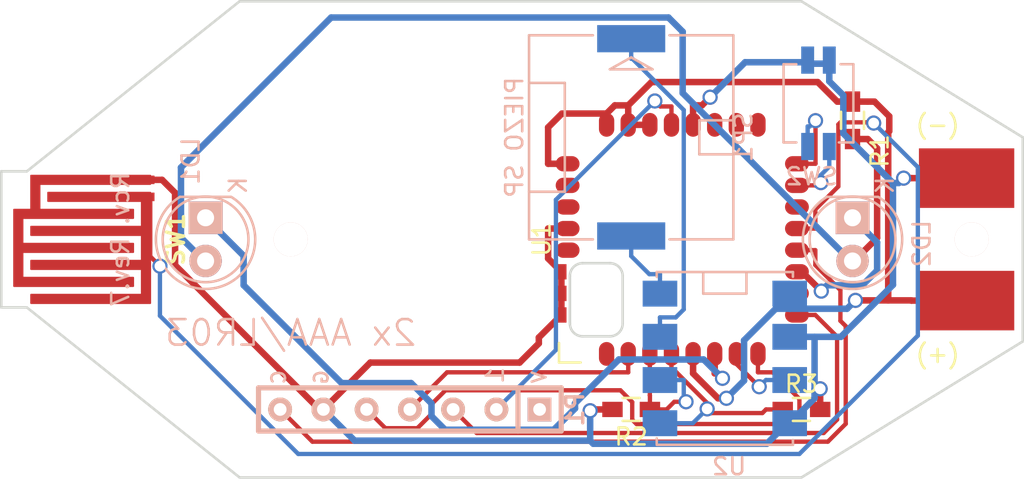
<source format=kicad_pcb>
(kicad_pcb (version 4) (host pcbnew 4.0.2-stable)

  (general
    (links 39)
    (no_connects 0)
    (area 12.670999 15.670999 73.329001 44.379)
    (thickness 1)
    (drawings 1)
    (tracks 242)
    (zones 0)
    (modules 12)
    (nets 29)
  )

  (page A3)
  (layers
    (0 F.Cu signal)
    (31 B.Cu signal)
    (32 B.Adhes user)
    (33 F.Adhes user)
    (34 B.Paste user)
    (35 F.Paste user)
    (36 B.SilkS user)
    (37 F.SilkS user)
    (38 B.Mask user)
    (39 F.Mask user hide)
    (40 Dwgs.User user)
    (41 Cmts.User user)
    (42 Eco1.User user)
    (43 Eco2.User user)
    (44 Edge.Cuts user)
  )

  (setup
    (last_trace_width 0.254)
    (trace_clearance 0.254)
    (zone_clearance 0.508)
    (zone_45_only no)
    (trace_min 0.254)
    (segment_width 0.2)
    (edge_width 0.1)
    (via_size 0.889)
    (via_drill 0.635)
    (via_min_size 0.889)
    (via_min_drill 0.508)
    (uvia_size 0.508)
    (uvia_drill 0.127)
    (uvias_allowed no)
    (uvia_min_size 0.508)
    (uvia_min_drill 0.127)
    (pcb_text_width 0.15)
    (pcb_text_size 0.8 0.8)
    (mod_edge_width 0.15)
    (mod_text_size 1 1)
    (mod_text_width 0.15)
    (pad_size 5.6 3.5)
    (pad_drill 0)
    (pad_to_mask_clearance 0)
    (aux_axis_origin 13 13)
    (visible_elements 7FFFFFFF)
    (pcbplotparams
      (layerselection 0x010f0_80000001)
      (usegerberextensions true)
      (excludeedgelayer true)
      (linewidth 0.150000)
      (plotframeref false)
      (viasonmask false)
      (mode 1)
      (useauxorigin false)
      (hpglpennumber 1)
      (hpglpenspeed 20)
      (hpglpendiameter 15)
      (hpglpenoverlay 2)
      (psnegative false)
      (psa4output false)
      (plotreference true)
      (plotvalue false)
      (plotinvisibletext false)
      (padsonsilk false)
      (subtractmaskfromsilk false)
      (outputformat 1)
      (mirror false)
      (drillshape 0)
      (scaleselection 1)
      (outputdirectory gerber/))
  )

  (net 0 "")
  (net 1 /CFG)
  (net 2 /DO3)
  (net 3 /DO4)
  (net 4 /PRG)
  (net 5 /RST)
  (net 6 /RXD)
  (net 7 /SOUND)
  (net 8 /TXD)
  (net 9 GND)
  (net 10 VCC)
  (net 11 "Net-(P1-Pad0)")
  (net 12 "Net-(U1-Pad1)")
  (net 13 "Net-(U1-Pad10)")
  (net 14 "Net-(U1-Pad14)")
  (net 15 "Net-(U1-Pad17)")
  (net 16 "Net-(U1-Pad18)")
  (net 17 "Net-(U1-Pad19)")
  (net 18 "Net-(U1-Pad26)")
  (net 19 "Net-(U1-Pad27)")
  (net 20 "Net-(U1-Pad29)")
  (net 21 /VO1)
  (net 22 /VO2)
  (net 23 /EN2)
  (net 24 /DI1)
  (net 25 /LED)
  (net 26 /EN1)
  (net 27 /DI2)
  (net 28 /DI3)

  (net_class Default "これは標準のネット クラスです。"
    (clearance 0.254)
    (trace_width 0.254)
    (via_dia 0.889)
    (via_drill 0.635)
    (uvia_dia 0.508)
    (uvia_drill 0.127)
    (add_net /CFG)
    (add_net /DI1)
    (add_net /DI2)
    (add_net /DI3)
    (add_net /EN1)
    (add_net /EN2)
    (add_net /PRG)
    (add_net /RST)
    (add_net /RXD)
    (add_net /SOUND)
    (add_net /TXD)
    (add_net /VO1)
    (add_net /VO2)
    (add_net "Net-(P1-Pad0)")
    (add_net "Net-(U1-Pad1)")
    (add_net "Net-(U1-Pad10)")
    (add_net "Net-(U1-Pad14)")
    (add_net "Net-(U1-Pad17)")
    (add_net "Net-(U1-Pad18)")
    (add_net "Net-(U1-Pad19)")
    (add_net "Net-(U1-Pad26)")
    (add_net "Net-(U1-Pad27)")
    (add_net "Net-(U1-Pad29)")
  )

  (net_class Power ""
    (clearance 0.254)
    (trace_width 0.381)
    (via_dia 0.889)
    (via_drill 0.635)
    (uvia_dia 0.508)
    (uvia_drill 0.127)
    (add_net /DO3)
    (add_net /DO4)
    (add_net /LED)
    (add_net GND)
    (add_net VCC)
  )

  (module Resistors_SMD:R_0603_HandSoldering (layer F.Cu) (tedit 55971BB8) (tstamp 558190A4)
    (at 63 23 270)
    (descr "Resistor SMD 0603, hand soldering")
    (tags "resistor 0603")
    (path /5576694C)
    (attr smd)
    (fp_text reference R1 (at 1.8 -1.6 270) (layer F.SilkS)
      (effects (font (size 1 1) (thickness 0.15)))
    )
    (fp_text value 680 (at 0 1.6 270) (layer F.Fab)
      (effects (font (size 1 1) (thickness 0.15)))
    )
    (fp_line (start -2 -0.8) (end 2 -0.8) (layer F.CrtYd) (width 0.05))
    (fp_line (start -2 0.8) (end 2 0.8) (layer F.CrtYd) (width 0.05))
    (fp_line (start -2 -0.8) (end -2 0.8) (layer F.CrtYd) (width 0.05))
    (fp_line (start 2 -0.8) (end 2 0.8) (layer F.CrtYd) (width 0.05))
    (fp_line (start 0.5 0.675) (end -0.5 0.675) (layer F.SilkS) (width 0.15))
    (fp_line (start -0.5 -0.675) (end 0.5 -0.675) (layer F.SilkS) (width 0.15))
    (pad 1 smd rect (at -1.1 0 270) (size 1.2 0.9) (layers F.Cu F.Paste F.Mask)
      (net 10 VCC))
    (pad 2 smd rect (at 1.1 0 270) (size 1.2 0.9) (layers F.Cu F.Paste F.Mask)
      (net 25 /LED))
    (model Resistors_SMD.3dshapes/R_0603_HandSoldering.wrl
      (at (xyz 0 0 0))
      (scale (xyz 1 1 1))
      (rotate (xyz 0 0 0))
    )
  )

  (module Resistors_SMD:R_0603_HandSoldering (layer F.Cu) (tedit 5597196B) (tstamp 55818DEF)
    (at 60 40)
    (descr "Resistor SMD 0603, hand soldering")
    (tags "resistor 0603")
    (path /5581930C)
    (attr smd)
    (fp_text reference R3 (at 0 -1.5) (layer F.SilkS)
      (effects (font (size 1 1) (thickness 0.15)))
    )
    (fp_text value 2M (at -3 -0.1) (layer F.Fab)
      (effects (font (size 1 1) (thickness 0.15)))
    )
    (fp_line (start -2 -0.8) (end 2 -0.8) (layer F.CrtYd) (width 0.05))
    (fp_line (start -2 0.8) (end 2 0.8) (layer F.CrtYd) (width 0.05))
    (fp_line (start -2 -0.8) (end -2 0.8) (layer F.CrtYd) (width 0.05))
    (fp_line (start 2 -0.8) (end 2 0.8) (layer F.CrtYd) (width 0.05))
    (fp_line (start 0.5 0.675) (end -0.5 0.675) (layer F.SilkS) (width 0.15))
    (fp_line (start -0.5 -0.675) (end 0.5 -0.675) (layer F.SilkS) (width 0.15))
    (pad 1 smd rect (at -1.1 0) (size 1.2 0.9) (layers F.Cu F.Paste F.Mask)
      (net 23 /EN2))
    (pad 2 smd rect (at 1.1 0) (size 1.2 0.9) (layers F.Cu F.Paste F.Mask)
      (net 9 GND))
    (model Resistors_SMD.3dshapes/R_0603_HandSoldering.wrl
      (at (xyz 0 0 0))
      (scale (xyz 1 1 1))
      (rotate (xyz 0 0 0))
    )
  )

  (module Resistors_SMD:R_0603_HandSoldering (layer F.Cu) (tedit 55971966) (tstamp 55818DE9)
    (at 50 40 180)
    (descr "Resistor SMD 0603, hand soldering")
    (tags "resistor 0603")
    (path /55819164)
    (attr smd)
    (fp_text reference R2 (at 0 -1.6 180) (layer F.SilkS)
      (effects (font (size 1 1) (thickness 0.15)))
    )
    (fp_text value 2M (at -3.2 0 180) (layer F.Fab)
      (effects (font (size 1 1) (thickness 0.15)))
    )
    (fp_line (start -2 -0.8) (end 2 -0.8) (layer F.CrtYd) (width 0.05))
    (fp_line (start -2 0.8) (end 2 0.8) (layer F.CrtYd) (width 0.05))
    (fp_line (start -2 -0.8) (end -2 0.8) (layer F.CrtYd) (width 0.05))
    (fp_line (start 2 -0.8) (end 2 0.8) (layer F.CrtYd) (width 0.05))
    (fp_line (start 0.5 0.675) (end -0.5 0.675) (layer F.SilkS) (width 0.15))
    (fp_line (start -0.5 -0.675) (end 0.5 -0.675) (layer F.SilkS) (width 0.15))
    (pad 1 smd rect (at -1.1 0 180) (size 1.2 0.9) (layers F.Cu F.Paste F.Mask)
      (net 26 /EN1))
    (pad 2 smd rect (at 1.1 0 180) (size 1.2 0.9) (layers F.Cu F.Paste F.Mask)
      (net 9 GND))
    (model Resistors_SMD.3dshapes/R_0603_HandSoldering.wrl
      (at (xyz 0 0 0))
      (scale (xyz 1 1 1))
      (rotate (xyz 0 0 0))
    )
  )

  (module favorites:WRITE-7P (layer B.Cu) (tedit 55859ECB) (tstamp 54E5A9CF)
    (at 37 40 180)
    (descr "TWE-Lite ISP 7 pins")
    (tags TWE-Lite)
    (path /550EA9F6)
    (fp_text reference P1 (at -9.7 0 450) (layer B.SilkS)
      (effects (font (size 1 1) (thickness 0.2)) (justify mirror))
    )
    (fp_text value WRITER-VCC (at 0 -2.5 180) (layer B.SilkS) hide
      (effects (font (size 1 1) (thickness 0.2)) (justify mirror))
    )
    (fp_text user C (at 7.7 1.9 450) (layer B.SilkS)
      (effects (font (size 0.8 0.8) (thickness 0.15)) (justify mirror))
    )
    (fp_text user 1 (at -5 2 450) (layer B.SilkS)
      (effects (font (size 1 1) (thickness 0.15)) (justify mirror))
    )
    (fp_text user G (at 5.2 1.9 450) (layer B.SilkS)
      (effects (font (size 0.8 0.8) (thickness 0.15)) (justify mirror))
    )
    (fp_text user V (at -7.6 1.9 450) (layer B.SilkS)
      (effects (font (size 0.8 0.8) (thickness 0.15)) (justify mirror))
    )
    (fp_line (start -8.89 1.27) (end -8.89 1.27) (layer B.SilkS) (width 0.3048))
    (fp_line (start -8.89 1.27) (end 8.89 1.27) (layer B.SilkS) (width 0.3048))
    (fp_line (start 8.89 1.27) (end 8.89 -1.27) (layer B.SilkS) (width 0.3048))
    (fp_line (start 8.89 -1.27) (end -8.89 -1.27) (layer B.SilkS) (width 0.3048))
    (fp_line (start -8.89 -1.27) (end -8.89 1.27) (layer B.SilkS) (width 0.3048))
    (fp_line (start -6.35 -1.27) (end -6.35 -1.27) (layer B.SilkS) (width 0.3048))
    (fp_line (start -6.35 -1.27) (end -6.35 1.27) (layer B.SilkS) (width 0.3048))
    (pad 0 thru_hole rect (at -7.62 0 180) (size 1.397 1.397) (drill 0.75) (layers *.Cu *.Mask B.SilkS)
      (net 11 "Net-(P1-Pad0)"))
    (pad 1 thru_hole circle (at -5.08 0 180) (size 1.397 1.397) (drill 0.75) (layers *.Cu *.SilkS *.Mask)
      (net 5 /RST))
    (pad 2 thru_hole circle (at -2.54 0 180) (size 1.397 1.397) (drill 0.75) (layers *.Cu *.SilkS *.Mask)
      (net 6 /RXD))
    (pad 3 thru_hole circle (at 0 0 180) (size 1.397 1.397) (drill 0.75) (layers *.Cu *.SilkS *.Mask)
      (net 4 /PRG))
    (pad 4 thru_hole circle (at 2.54 0 180) (size 1.397 1.397) (drill 0.75) (layers *.Cu *.SilkS *.Mask)
      (net 8 /TXD))
    (pad 5 thru_hole circle (at 5.08 0 180) (size 1.397 1.397) (drill 0.75) (layers *.Cu *.SilkS *.Mask)
      (net 9 GND))
    (pad 6 thru_hole circle (at 7.62 0 180) (size 1.397 1.397) (drill 0.75) (layers *.Cu *.SilkS *.Mask)
      (net 1 /CFG))
  )

  (module favorites:RUBBER_SWITCH (layer F.Cu) (tedit 55AB6664) (tstamp 553B4C1C)
    (at 17.75 30 90)
    (path /553B3A5B)
    (fp_text reference SW1 (at 0 5.5 90) (layer F.SilkS)
      (effects (font (size 1 1) (thickness 0.2)))
    )
    (fp_text value SW_PUSH (at 0 7.25 90) (layer F.SilkS) hide
      (effects (font (size 1 1) (thickness 0.2)))
    )
    (fp_poly (pts (xy -1.25 3.5) (xy 0.25 3.5) (xy 0.25 -3) (xy 0.75 -3)
      (xy 0.75 3.5) (xy 2.25 3.5) (xy 2.25 -2) (xy 2.75 -2)
      (xy 2.75 4) (xy -3.75 4) (xy -3.75 -3) (xy -3.25 -3)
      (xy -3.25 3.5) (xy -1.75 3.5) (xy -1.75 -3) (xy -1.25 -3)
      (xy -1.25 3.5)) (layer F.Cu) (width 0.1))
    (fp_poly (pts (xy -2.25 3) (xy -2.75 3) (xy -2.75 -4) (xy 1.75 -4)
      (xy 1.75 -3) (xy 3.75 -3) (xy 3.75 4) (xy 3.25 4)
      (xy 3.25 -2.5) (xy 1.75 -2.5) (xy 1.75 3) (xy 1.25 3)
      (xy 1.25 -3.5) (xy -0.25 -3.5) (xy -0.25 3) (xy -0.75 3)
      (xy -0.75 -3.5) (xy -2.25 -3.5) (xy -2.25 3)) (layer F.Cu) (width 0.1))
    (fp_poly (pts (xy -1.25 3.5) (xy 0.25 3.5) (xy 0.25 -3) (xy 0.75 -3)
      (xy 0.75 3.5) (xy 2.25 3.5) (xy 2.25 -2) (xy 2.75 -2)
      (xy 2.75 4) (xy -3.75 4) (xy -3.75 -3) (xy -3.25 -3)
      (xy -3.25 3.5) (xy -1.75 3.5) (xy -1.75 -3) (xy -1.25 -3)
      (xy -1.25 3.5)) (layer F.Paste) (width 0.1))
    (fp_poly (pts (xy -2.25 3) (xy -2.75 3) (xy -2.75 -4) (xy 1.75 -4)
      (xy 1.75 -3) (xy 3.75 -3) (xy 3.75 4) (xy 3.25 4)
      (xy 3.25 -2.5) (xy 1.75 -2.5) (xy 1.75 3) (xy 1.25 3)
      (xy 1.25 -3.5) (xy -0.25 -3.5) (xy -0.25 3) (xy -0.75 3)
      (xy -0.75 -3.5) (xy -2.25 -3.5) (xy -2.25 3)) (layer F.Paste) (width 0.1))
    (fp_poly (pts (xy -3.75 -3) (xy -2.75 -3) (xy -2.75 -4) (xy 1.75 -4)
      (xy 1.75 -3) (xy 3.75 -3) (xy 3.75 4) (xy -3.75 4)
      (xy -3.75 3.25)) (layer F.Mask) (width 0.1))
    (pad 1 smd rect (at 2.5 4 90) (size 0.5 0.5) (layers F.Cu F.Paste F.Mask)
      (net 24 /DI1))
    (pad 2 smd rect (at 3.5 4 90) (size 0.5 0.5) (layers F.Cu F.Paste F.Mask)
      (net 9 GND))
  )

  (module favorites:FINDER_RECEIVER (layer B.Cu) (tedit 55E30483) (tstamp 54E33954)
    (at 50 30)
    (path /54DE9794)
    (fp_text reference BT1 (at -14 -12.5) (layer B.SilkS) hide
      (effects (font (size 1 1) (thickness 0.15)) (justify mirror))
    )
    (fp_text value "2x AAA/LR03" (at -20 5.5) (layer B.SilkS)
      (effects (font (size 1.5 1.5) (thickness 0.15)) (justify mirror))
    )
    (fp_text user "(-)" (at 18 -6.75) (layer F.SilkS)
      (effects (font (size 1 1) (thickness 0.15)))
    )
    (fp_text user "(+)" (at 18 6.75) (layer F.SilkS)
      (effects (font (size 1 1) (thickness 0.15)))
    )
    (fp_line (start 13 -0.5) (end 13 -1) (layer Dwgs.User) (width 0.15))
    (fp_line (start 13 0.5) (end 13 1) (layer Dwgs.User) (width 0.15))
    (fp_line (start -5.5 -0.5) (end -5.5 -1) (layer Dwgs.User) (width 0.15))
    (fp_line (start -5.5 0.5) (end -5.5 1) (layer Dwgs.User) (width 0.15))
    (fp_line (start -15 -0.5) (end -15 -1) (layer Dwgs.User) (width 0.15))
    (fp_line (start -15 0.5) (end -15 1) (layer Dwgs.User) (width 0.15))
    (fp_line (start -25 -0.5) (end -25 -1) (layer Dwgs.User) (width 0.15))
    (fp_line (start -25 0.5) (end -25 1) (layer Dwgs.User) (width 0.15))
    (fp_line (start 23 6) (end 23 -6) (layer Edge.Cuts) (width 0.15))
    (fp_line (start 23 -6) (end 10 -14) (layer Edge.Cuts) (width 0.15))
    (fp_line (start 10 -14) (end -23 -14) (layer Edge.Cuts) (width 0.15))
    (fp_line (start -23 -14) (end -35.5 -4) (layer Edge.Cuts) (width 0.15))
    (fp_line (start -35.5 -4) (end -37 -4) (layer Edge.Cuts) (width 0.15))
    (fp_line (start -37 -4) (end -37 4) (layer Edge.Cuts) (width 0.15))
    (fp_line (start -37 4) (end -35.5 4) (layer Edge.Cuts) (width 0.15))
    (fp_line (start -35.5 4) (end -23 14) (layer Edge.Cuts) (width 0.15))
    (fp_line (start -23 14) (end 10 14) (layer Edge.Cuts) (width 0.15))
    (fp_line (start 10 14) (end 23 6) (layer Edge.Cuts) (width 0.15))
    (pad "" np_thru_hole circle (at 20 0) (size 2 2) (drill 2) (layers *.Cu *.Mask B.SilkS)
      (clearance 0.65))
    (pad "" np_thru_hole circle (at -20 0) (size 2 2) (drill 2) (layers *.Cu *.Mask B.SilkS)
      (clearance 0.65))
    (pad 1 smd rect (at 19.7 3.6) (size 5.6 3.5) (layers F.Cu F.Paste F.Mask)
      (net 10 VCC))
    (pad 2 smd rect (at 19.7 -3.6) (size 5.6 3.5) (layers F.Cu F.Paste F.Mask)
      (net 9 GND))
    (model favorites.3dshapes/ISO7045_M1_6x4.wrl
      (at (xyz 0.787402 0 0))
      (scale (xyz 0.393701 0.393701 0.393701))
      (rotate (xyz 0 0 0))
    )
    (model favorites.3dshapes/ISO7045_M1_6x4.wrl
      (at (xyz -0.787402 0 0))
      (scale (xyz 0.393701 0.393701 0.393701))
      (rotate (xyz 0 0 0))
    )
  )

  (module LEDs:LED-5MM (layer B.Cu) (tedit 5704B02F) (tstamp 54E48043)
    (at 25 28.73 270)
    (descr "LED 5mm round vertical")
    (tags "LED 5mm round vertical")
    (path /54E33E98)
    (fp_text reference LD1 (at -3.33 0.87 270) (layer B.SilkS)
      (effects (font (size 1 1) (thickness 0.15)) (justify mirror))
    )
    (fp_text value LED (at 1.524 3.937 270) (layer B.Fab)
      (effects (font (size 1 1) (thickness 0.15)) (justify mirror))
    )
    (fp_line (start -1.5 1.55) (end -1.5 -1.55) (layer B.CrtYd) (width 0.05))
    (fp_arc (start 1.3 0) (end -1.5 -1.55) (angle 302) (layer B.CrtYd) (width 0.05))
    (fp_arc (start 1.27 0) (end -1.23 1.5) (angle -297.5) (layer B.SilkS) (width 0.15))
    (fp_line (start -1.23 -1.5) (end -1.23 1.5) (layer B.SilkS) (width 0.15))
    (fp_circle (center 1.27 0) (end 0.97 2.5) (layer B.SilkS) (width 0.15))
    (fp_text user K (at -1.905 -1.905 270) (layer B.SilkS)
      (effects (font (size 1 1) (thickness 0.15)) (justify mirror))
    )
    (pad 1 thru_hole rect (at 0 0 180) (size 2 1.9) (drill 1.00076) (layers *.Cu *.Mask B.SilkS)
      (net 2 /DO3))
    (pad 2 thru_hole circle (at 2.54 0 270) (size 1.9 1.9) (drill 1.00076) (layers *.Cu *.Mask B.SilkS)
      (net 25 /LED))
    (model LEDs.3dshapes/LED-5MM.wrl
      (at (xyz 0.05 0 0))
      (scale (xyz 1 1 1))
      (rotate (xyz 0 0 90))
    )
  )

  (module LEDs:LED-5MM (layer B.Cu) (tedit 5570F7EA) (tstamp 54E34144)
    (at 63 28.73 270)
    (descr "LED 5mm round vertical")
    (tags "LED 5mm round vertical")
    (path /54DE99E0)
    (fp_text reference LD2 (at 1.524 -4.064 270) (layer B.SilkS)
      (effects (font (size 1 1) (thickness 0.15)) (justify mirror))
    )
    (fp_text value LED (at 1.524 3.937 270) (layer B.Fab)
      (effects (font (size 1 1) (thickness 0.15)) (justify mirror))
    )
    (fp_line (start -1.5 1.55) (end -1.5 -1.55) (layer B.CrtYd) (width 0.05))
    (fp_arc (start 1.3 0) (end -1.5 -1.55) (angle 302) (layer B.CrtYd) (width 0.05))
    (fp_arc (start 1.27 0) (end -1.23 1.5) (angle -297.5) (layer B.SilkS) (width 0.15))
    (fp_line (start -1.23 -1.5) (end -1.23 1.5) (layer B.SilkS) (width 0.15))
    (fp_circle (center 1.27 0) (end 0.97 2.5) (layer B.SilkS) (width 0.15))
    (fp_text user K (at -1.905 -1.905 270) (layer B.SilkS)
      (effects (font (size 1 1) (thickness 0.15)) (justify mirror))
    )
    (pad 1 thru_hole rect (at 0 0 180) (size 2 1.9) (drill 1.00076) (layers *.Cu *.Mask B.SilkS)
      (net 3 /DO4))
    (pad 2 thru_hole circle (at 2.54 0 270) (size 1.9 1.9) (drill 1.00076) (layers *.Cu *.Mask B.SilkS)
      (net 25 /LED))
    (model LEDs.3dshapes/LED-5MM.wrl
      (at (xyz 0.05 0 0))
      (scale (xyz 1 1 1))
      (rotate (xyz 0 0 90))
    )
  )

  (module favorites:PIEZOSPK (layer B.Cu) (tedit 553B6E0B) (tstamp 54E34126)
    (at 50 24 90)
    (path /54E33E0C)
    (fp_text reference SP1 (at 0 6.604 90) (layer B.SilkS)
      (effects (font (size 1 1) (thickness 0.15)) (justify mirror))
    )
    (fp_text value "PIEZO SP" (at 0 -6.858 90) (layer B.SilkS)
      (effects (font (size 1 1) (thickness 0.15)) (justify mirror))
    )
    (fp_line (start -1 6) (end -1 4) (layer B.SilkS) (width 0.15))
    (fp_line (start -1 4) (end 1 4) (layer B.SilkS) (width 0.15))
    (fp_line (start 1 4) (end 1 6) (layer B.SilkS) (width 0.15))
    (fp_line (start -3.2 -6) (end -3.2 -3.9) (layer B.SilkS) (width 0.15))
    (fp_line (start -3.2 -3.9) (end 3.2 -3.9) (layer B.SilkS) (width 0.15))
    (fp_line (start 3.2 -3.9) (end 3.2 -6) (layer B.SilkS) (width 0.15))
    (fp_line (start 4.7 0) (end 4 1.25) (layer B.SilkS) (width 0.15))
    (fp_line (start 4 1.25) (end 4 -1.25) (layer B.SilkS) (width 0.15))
    (fp_line (start 4 -1.25) (end 4.7 0) (layer B.SilkS) (width 0.15))
    (fp_line (start -6 -2.25) (end -6 -6) (layer B.SilkS) (width 0.15))
    (fp_line (start -6 -6) (end 6 -6) (layer B.SilkS) (width 0.15))
    (fp_line (start 6 -6) (end 6 -2.25) (layer B.SilkS) (width 0.15))
    (fp_line (start -6 2.25) (end -6 6) (layer B.SilkS) (width 0.15))
    (fp_line (start -6 6) (end 6 6) (layer B.SilkS) (width 0.15))
    (fp_line (start 6 6) (end 6 2.25) (layer B.SilkS) (width 0.15))
    (pad 1 smd rect (at -5.8 0 90) (size 1.6 4) (layers B.Cu B.Paste B.Mask)
      (net 21 /VO1))
    (pad 2 smd rect (at 5.8 0 90) (size 1.6 4) (layers B.Cu B.Paste B.Mask)
      (net 22 /VO2))
    (model favorites.3dshapes/PKLCS1212E4001-R1.wrl
      (at (xyz 0 0 0))
      (scale (xyz 0.3937007874 0.3937007874 0.3937007874))
      (rotate (xyz 0 0 0))
    )
  )

  (module favorites:TWE-001L-NC7 (layer F.Cu) (tedit 55C6F673) (tstamp 54E5AD5F)
    (at 53 30 90)
    (descr http://www.tocos-wireless.com/files/datasheet/TWD-PDS-TWE001L-JP-1.30.pdf)
    (path /54DE9748)
    (fp_text reference U1 (at 0 -8.255 90) (layer F.SilkS)
      (effects (font (size 1 1) (thickness 0.15)))
    )
    (fp_text value TWE_LITE_SMD (at 0 0.85 90) (layer F.SilkS) hide
      (effects (font (size 1 1) (thickness 0.15)))
    )
    (fp_line (start -6.096 -7.239) (end -7.239 -7.239) (layer F.SilkS) (width 0.15))
    (fp_line (start -7.239 -7.239) (end -7.239 -5.969) (layer F.SilkS) (width 0.15))
    (fp_line (start -6.985 -6.985) (end 6.985 -6.985) (layer Dwgs.User) (width 0.15))
    (fp_line (start -0.5 0) (end -0.2 0) (layer Dwgs.User) (width 0.15))
    (fp_line (start 0 -0.5) (end 0 -0.2) (layer Dwgs.User) (width 0.15))
    (fp_line (start 0 0.5) (end 0 0.2) (layer Dwgs.User) (width 0.15))
    (fp_line (start 0.2 0) (end 0.5 0) (layer Dwgs.User) (width 0.15))
    (fp_arc (start -4.95 -4.25) (end -4.95 -3.5) (angle 90) (layer Edge.Cuts) (width 0.15))
    (fp_line (start -5.7 -4.25) (end -5.7 -5.85) (layer Edge.Cuts) (width 0.15))
    (fp_arc (start -4.95 -5.85) (end -5.7 -5.85) (angle 90) (layer Edge.Cuts) (width 0.15))
    (fp_line (start -2.15 -6.6) (end -4.95 -6.6) (layer Edge.Cuts) (width 0.15))
    (fp_arc (start -2.15 -5.85) (end -2.15 -6.6) (angle 90) (layer Edge.Cuts) (width 0.15))
    (fp_line (start -1.4 -5.85) (end -1.4 -4.25) (layer Edge.Cuts) (width 0.15))
    (fp_arc (start -2.15 -4.25) (end -1.4 -4.25) (angle 90) (layer Edge.Cuts) (width 0.15))
    (fp_line (start -2.15 -3.5) (end -4.95 -3.5) (layer Edge.Cuts) (width 0.15))
    (fp_line (start -6.985 -6.985) (end -6.985 6.985) (layer Dwgs.User) (width 0.15))
    (fp_line (start -6.985 6.985) (end 6.985 6.985) (layer Dwgs.User) (width 0.15))
    (fp_line (start 6.985 6.985) (end 6.985 -6.985) (layer Dwgs.User) (width 0.15))
    (fp_line (start -4.3 -8) (end -4.3 -13.7) (layer Dwgs.User) (width 0.15))
    (fp_line (start -4.3 -13.7) (end 5.7 -13.7) (layer Dwgs.User) (width 0.15))
    (fp_line (start 5.7 -13.7) (end 5.7 -19.7) (layer Dwgs.User) (width 0.15))
    (fp_line (start 5.7 -19.7) (end -4.3 -19.7) (layer Dwgs.User) (width 0.15))
    (pad 1 smd oval (at -6.735 -4.445 180) (size 0.9 1.4) (layers F.Cu F.Paste F.Mask)
      (net 12 "Net-(U1-Pad1)"))
    (pad 2 smd oval (at -6.735 -3.175 180) (size 0.9 1.4) (layers F.Cu F.Paste F.Mask)
      (net 4 /PRG))
    (pad 3 smd oval (at -6.735 -1.905 180) (size 0.9 1.4) (layers F.Cu F.Paste F.Mask)
      (net 26 /EN1))
    (pad 4 smd oval (at -6.735 -0.635 180) (size 0.9 1.4) (layers F.Cu F.Paste F.Mask)
      (net 23 /EN2))
    (pad 5 smd oval (at -6.735 0.635 180) (size 0.9 1.4) (layers F.Cu F.Paste F.Mask)
      (net 10 VCC))
    (pad 6 smd oval (at -6.735 1.905 180) (size 0.9 1.4) (layers F.Cu F.Paste F.Mask)
      (net 2 /DO3))
    (pad 7 smd oval (at -6.735 3.175 180) (size 0.9 1.4) (layers F.Cu F.Paste F.Mask)
      (net 7 /SOUND))
    (pad 8 smd oval (at -6.735 4.445 180) (size 0.9 1.4) (layers F.Cu F.Paste F.Mask)
      (net 8 /TXD))
    (pad 9 smd oval (at -4.445 6.735 90) (size 0.9 1.4) (layers F.Cu F.Paste F.Mask)
      (net 6 /RXD))
    (pad 10 smd oval (at -3.175 6.735 90) (size 0.9 1.4) (layers F.Cu F.Paste F.Mask)
      (net 13 "Net-(U1-Pad10)"))
    (pad 11 smd oval (at -1.905 6.735 90) (size 0.9 1.4) (layers F.Cu F.Paste F.Mask)
      (net 3 /DO4))
    (pad 12 smd oval (at -0.635 6.735 90) (size 0.9 1.4) (layers F.Cu F.Paste F.Mask)
      (net 1 /CFG))
    (pad 13 smd oval (at 0.635 6.735 90) (size 0.9 1.4) (layers F.Cu F.Paste F.Mask)
      (net 24 /DI1))
    (pad 14 smd oval (at 1.905 6.735 90) (size 0.9 1.4) (layers F.Cu F.Paste F.Mask)
      (net 14 "Net-(U1-Pad14)"))
    (pad 15 smd oval (at 3.175 6.735 90) (size 0.9 1.4) (layers F.Cu F.Paste F.Mask)
      (net 27 /DI2))
    (pad 16 smd oval (at 4.445 6.735 90) (size 0.9 1.4) (layers F.Cu F.Paste F.Mask)
      (net 28 /DI3))
    (pad 17 smd oval (at 6.735 4.445 180) (size 0.9 1.4) (layers F.Cu F.Paste F.Mask)
      (net 15 "Net-(U1-Pad17)"))
    (pad 18 smd oval (at 6.735 3.175 180) (size 0.9 1.4) (layers F.Cu F.Paste F.Mask)
      (net 16 "Net-(U1-Pad18)"))
    (pad 19 smd oval (at 6.735 1.905 180) (size 0.9 1.4) (layers F.Cu F.Paste F.Mask)
      (net 17 "Net-(U1-Pad19)"))
    (pad 20 smd oval (at 6.735 0.635 180) (size 0.9 1.4) (layers F.Cu F.Paste F.Mask)
      (net 9 GND))
    (pad 21 smd oval (at 6.735 -0.635 180) (size 0.9 1.4) (layers F.Cu F.Paste F.Mask)
      (net 5 /RST))
    (pad 22 smd oval (at 6.735 -1.905 180) (size 0.9 1.4) (layers F.Cu F.Paste F.Mask)
      (net 10 VCC))
    (pad 23 smd oval (at 6.735 -3.175 180) (size 0.9 1.4) (layers F.Cu F.Paste F.Mask)
      (net 10 VCC))
    (pad 24 smd oval (at 6.735 -4.445 180) (size 0.9 1.4) (layers F.Cu F.Paste F.Mask)
      (net 10 VCC))
    (pad 25 smd oval (at 4.445 -6.735 90) (size 0.9 1.4) (layers F.Cu F.Paste F.Mask)
      (net 10 VCC))
    (pad 26 smd oval (at 3.175 -6.735 90) (size 0.9 1.4) (layers F.Cu F.Paste F.Mask)
      (net 18 "Net-(U1-Pad26)"))
    (pad 27 smd oval (at 1.905 -6.735 90) (size 0.9 1.4) (layers F.Cu F.Paste F.Mask)
      (net 19 "Net-(U1-Pad27)"))
    (pad 28 smd oval (at 0.635 -6.735 90) (size 0.9 1.4) (layers F.Cu F.Paste F.Mask)
      (net 9 GND))
    (pad 29 smd oval (at -0.635 -6.735 90) (size 0.9 1.4) (layers F.Cu F.Paste F.Mask)
      (net 20 "Net-(U1-Pad29)"))
    (pad 30 smd rect (at -1.905 -7.1 90) (size 0.9 0.6) (layers F.Cu F.Paste F.Mask)
      (net 9 GND))
    (pad 31 smd rect (at -3.175 -7.1 90) (size 0.9 0.6) (layers F.Cu F.Paste F.Mask)
      (net 9 GND))
    (pad 32 smd rect (at -4.445 -7.1 90) (size 0.9 0.6) (layers F.Cu F.Paste F.Mask)
      (net 9 GND))
    (model favorites.3dshapes/TWE-001L-SMD.wrl
      (at (xyz 0 0 0))
      (scale (xyz 0.393701 0.393701 0.393701))
      (rotate (xyz 0 0 0))
    )
    (model favorites.3dshapes/TWE-001L-QAntenna.wrl
      (at (xyz 0 0 0))
      (scale (xyz 0.393701 0.393701 0.393701))
      (rotate (xyz 0 0 0))
    )
  )

  (module favorites:CHS-02TA1 (layer B.Cu) (tedit 559BC992) (tstamp 55ABAF63)
    (at 61 22 180)
    (path /559BCA89)
    (fp_text reference SW2 (at 0.4 -4.3 180) (layer B.SilkS)
      (effects (font (size 1 1) (thickness 0.15)) (justify mirror))
    )
    (fp_text value DIP_SW (at 0 4.15 180) (layer B.Fab)
      (effects (font (size 1 1) (thickness 0.15)) (justify mirror))
    )
    (fp_line (start 1.3 2.3) (end 2.05 2.3) (layer B.SilkS) (width 0.15))
    (fp_line (start 2.05 2.3) (end 2.05 -2.3) (layer B.SilkS) (width 0.15))
    (fp_line (start 2.05 -2.3) (end 1.3 -2.3) (layer B.SilkS) (width 0.15))
    (fp_line (start -1.3 2.3) (end -2.05 2.3) (layer B.SilkS) (width 0.15))
    (fp_line (start -2.05 2.3) (end -2.05 -2.3) (layer B.SilkS) (width 0.15))
    (fp_line (start -2.05 -2.3) (end -1.2 -2.3) (layer B.SilkS) (width 0.15))
    (pad 1 smd rect (at -0.635 -2.54 180) (size 0.76 1.6) (layers B.Cu B.Paste B.Mask)
      (net 27 /DI2))
    (pad 2 smd rect (at -0.635 2.54 180) (size 0.76 1.6) (layers B.Cu B.Paste B.Mask)
      (net 9 GND))
    (pad 3 smd rect (at 0.635 -2.54 180) (size 0.76 1.6) (layers B.Cu B.Paste B.Mask)
      (net 28 /DI3))
    (pad 4 smd rect (at 0.635 2.54 180) (size 0.76 1.6) (layers B.Cu B.Paste B.Mask)
      (net 9 GND))
    (model favorites.3dshapes/CHS-02TA1.wrl
      (at (xyz 0 0 0))
      (scale (xyz 0.3937007874015748 0.3937007874015748 0.3937007874015748))
      (rotate (xyz 0 0 0))
    )
  )

  (module favorites:AE-NJU72501MJE (layer B.Cu) (tedit 55175EF2) (tstamp 5516B2EC)
    (at 55.5 37 270)
    (descr "DIP-8_300 smd shape")
    (tags "smd cms 8dip")
    (path /5516B540)
    (attr smd)
    (fp_text reference U2 (at 6.35 -0.254 540) (layer B.SilkS)
      (effects (font (size 1 1) (thickness 0.15)) (justify mirror))
    )
    (fp_text value NJU72501MJE (at 0 -0.762 270) (layer B.Fab)
      (effects (font (size 1 1) (thickness 0.15)) (justify mirror))
    )
    (fp_line (start 4.8 -4) (end 5.08 -4) (layer B.SilkS) (width 0.15))
    (fp_line (start 4.7 4) (end 5.04 4) (layer B.SilkS) (width 0.15))
    (fp_line (start -5.08 4) (end -5.08 -4) (layer B.SilkS) (width 0.15))
    (fp_line (start -5.08 -4) (end -4.8 -4) (layer B.SilkS) (width 0.15))
    (fp_line (start 5.08 -4) (end 5.08 4) (layer B.SilkS) (width 0.15))
    (fp_line (start -4.8 4) (end -5.08 4) (layer B.SilkS) (width 0.15))
    (fp_line (start -5.08 1.27) (end -3.81 1.27) (layer B.SilkS) (width 0.15))
    (fp_line (start -3.81 1.27) (end -3.81 -1.27) (layer B.SilkS) (width 0.15))
    (fp_line (start -3.81 -1.27) (end -5.08 -1.27) (layer B.SilkS) (width 0.15))
    (pad 1 smd rect (at -3.81 -3.81 270) (size 1.524 2.032) (layers B.Cu B.Paste B.Mask)
      (net 10 VCC))
    (pad 2 smd rect (at -1.27 -3.81 270) (size 1.524 2.032) (layers B.Cu B.Paste B.Mask)
      (net 9 GND))
    (pad 3 smd rect (at 1.27 -3.81 270) (size 1.524 2.032) (layers B.Cu B.Paste B.Mask)
      (net 7 /SOUND))
    (pad 4 smd rect (at 3.81 -3.81 270) (size 1.524 2.032) (layers B.Cu B.Paste B.Mask)
      (net 9 GND))
    (pad 5 smd rect (at 3.81 3.81 270) (size 1.524 2.032) (layers B.Cu B.Paste B.Mask)
      (net 23 /EN2))
    (pad 6 smd rect (at 1.27 3.81 270) (size 1.524 2.032) (layers B.Cu B.Paste B.Mask)
      (net 26 /EN1))
    (pad 7 smd rect (at -1.27 3.81 270) (size 1.524 2.032) (layers B.Cu B.Paste B.Mask)
      (net 22 /VO2))
    (pad 8 smd rect (at -3.81 3.81 270) (size 1.524 2.032) (layers B.Cu B.Paste B.Mask)
      (net 21 /VO1))
    (model favorites.3dshapes/AE-NJU72501MJE.wrl
      (at (xyz 0 0 0))
      (scale (xyz 0.3937007874015748 0.3937007874015748 0.3937007874015748))
      (rotate (xyz 0 0 0))
    )
  )

  (gr_text "Rcv. Rev.7" (at 20 30 90) (layer B.SilkS)
    (effects (font (size 1 1) (thickness 0.15)) (justify mirror))
  )

  (segment (start 60.8163 31.5113) (end 60.8163 30.635) (width 0.254) (layer F.Cu) (net 1))
  (segment (start 62.2889 32.9839) (end 60.8163 31.5113) (width 0.254) (layer F.Cu) (net 1))
  (segment (start 62.2889 34.7888) (end 62.2889 32.9839) (width 0.254) (layer F.Cu) (net 1))
  (segment (start 62.6007 35.1006) (end 62.2889 34.7888) (width 0.254) (layer F.Cu) (net 1))
  (segment (start 62.6007 40.8458) (end 62.6007 35.1006) (width 0.254) (layer F.Cu) (net 1))
  (segment (start 61.5521 41.8944) (end 62.6007 40.8458) (width 0.254) (layer F.Cu) (net 1))
  (segment (start 31.2744 41.8944) (end 61.5521 41.8944) (width 0.254) (layer F.Cu) (net 1))
  (segment (start 29.38 40) (end 31.2744 41.8944) (width 0.254) (layer F.Cu) (net 1))
  (segment (start 59.735 30.635) (end 60.8163 30.635) (width 0.254) (layer F.Cu) (net 1))
  (via (at 55.362 38.169) (size 0.889) (layers F.Cu B.Cu) (net 2))
  (segment (start 54.905 36.735) (end 54.905 37.8798) (width 0.381) (layer F.Cu) (net 2))
  (segment (start 55.0728 37.8798) (end 54.905 37.8798) (width 0.381) (layer F.Cu) (net 2))
  (segment (start 55.362 38.169) (end 55.0728 37.8798) (width 0.381) (layer F.Cu) (net 2))
  (segment (start 27.2358 30.9658) (end 25 28.73) (width 0.381) (layer B.Cu) (net 2))
  (segment (start 27.2358 32.6948) (end 27.2358 30.9658) (width 0.381) (layer B.Cu) (net 2))
  (segment (start 32.9922 38.4512) (end 27.2358 32.6948) (width 0.381) (layer B.Cu) (net 2))
  (segment (start 37.0744 38.4512) (end 32.9922 38.4512) (width 0.381) (layer B.Cu) (net 2))
  (segment (start 38.27 39.6468) (end 37.0744 38.4512) (width 0.381) (layer B.Cu) (net 2))
  (segment (start 38.27 40.3952) (end 38.27 39.6468) (width 0.381) (layer B.Cu) (net 2))
  (segment (start 39.0671 41.1923) (end 38.27 40.3952) (width 0.381) (layer B.Cu) (net 2))
  (segment (start 45.4537 41.1923) (end 39.0671 41.1923) (width 0.381) (layer B.Cu) (net 2))
  (segment (start 46.6998 39.9462) (end 45.4537 41.1923) (width 0.381) (layer B.Cu) (net 2))
  (segment (start 46.6998 39.6384) (end 46.6998 39.9462) (width 0.381) (layer B.Cu) (net 2))
  (segment (start 49.2751 37.0631) (end 46.6998 39.6384) (width 0.381) (layer B.Cu) (net 2))
  (segment (start 54.2561 37.0631) (end 49.2751 37.0631) (width 0.381) (layer B.Cu) (net 2))
  (segment (start 55.362 38.169) (end 54.2561 37.0631) (width 0.381) (layer B.Cu) (net 2))
  (via (at 61.1652 33.0422) (size 0.889) (layers F.Cu B.Cu) (net 3))
  (segment (start 60.028 31.905) (end 59.735 31.905) (width 0.381) (layer F.Cu) (net 3))
  (segment (start 61.1652 33.0422) (end 60.028 31.905) (width 0.381) (layer F.Cu) (net 3))
  (segment (start 61.5103 32.6971) (end 61.1652 33.0422) (width 0.381) (layer B.Cu) (net 3))
  (segment (start 63.5774 32.6971) (end 61.5103 32.6971) (width 0.381) (layer B.Cu) (net 3))
  (segment (start 64.4448 31.8297) (end 63.5774 32.6971) (width 0.381) (layer B.Cu) (net 3))
  (segment (start 64.4448 30.1748) (end 64.4448 31.8297) (width 0.381) (layer B.Cu) (net 3))
  (segment (start 63 28.73) (end 64.4448 30.1748) (width 0.381) (layer B.Cu) (net 3))
  (segment (start 39.1837 37.8163) (end 37 40) (width 0.254) (layer F.Cu) (net 4))
  (segment (start 49.825 37.8163) (end 39.1837 37.8163) (width 0.254) (layer F.Cu) (net 4))
  (segment (start 49.825 36.735) (end 49.825 37.8163) (width 0.254) (layer F.Cu) (net 4))
  (via (at 51.387 21.8629) (size 0.889) (layers F.Cu B.Cu) (net 5))
  (segment (start 45.5789 27.671) (end 51.387 21.8629) (width 0.254) (layer B.Cu) (net 5))
  (segment (start 45.5789 36.5011) (end 45.5789 27.671) (width 0.254) (layer B.Cu) (net 5))
  (segment (start 42.08 40) (end 45.5789 36.5011) (width 0.254) (layer B.Cu) (net 5))
  (segment (start 51.7078 22.1837) (end 52.365 22.1837) (width 0.254) (layer F.Cu) (net 5))
  (segment (start 51.387 21.8629) (end 51.7078 22.1837) (width 0.254) (layer F.Cu) (net 5))
  (segment (start 52.365 23.265) (end 52.365 22.1837) (width 0.254) (layer F.Cu) (net 5))
  (segment (start 59.735 34.445) (end 60.8163 34.445) (width 0.254) (layer F.Cu) (net 6))
  (segment (start 62.0923 35.721) (end 60.8163 34.445) (width 0.254) (layer F.Cu) (net 6))
  (segment (start 62.0923 40.5985) (end 62.0923 35.721) (width 0.254) (layer F.Cu) (net 6))
  (segment (start 61.3053 41.3855) (end 62.0923 40.5985) (width 0.254) (layer F.Cu) (net 6))
  (segment (start 40.9255 41.3855) (end 61.3053 41.3855) (width 0.254) (layer F.Cu) (net 6))
  (segment (start 39.54 40) (end 40.9255 41.3855) (width 0.254) (layer F.Cu) (net 6))
  (via (at 57.5192 38.6635) (size 0.889) (layers F.Cu B.Cu) (net 7))
  (segment (start 59.31 38.27) (end 57.9127 38.27) (width 0.254) (layer B.Cu) (net 7))
  (segment (start 57.9127 38.27) (end 57.5192 38.6635) (width 0.254) (layer B.Cu) (net 7))
  (segment (start 56.175 37.3193) (end 57.5192 38.6635) (width 0.254) (layer F.Cu) (net 7))
  (segment (start 56.175 36.735) (end 56.175 37.3193) (width 0.254) (layer F.Cu) (net 7))
  (segment (start 57.445 36.735) (end 57.445 37.8163) (width 0.254) (layer F.Cu) (net 8))
  (segment (start 35.5611 41.1011) (end 34.46 40) (width 0.254) (layer F.Cu) (net 8))
  (segment (start 37.4408 41.1011) (end 35.5611 41.1011) (width 0.254) (layer F.Cu) (net 8))
  (segment (start 38.27 40.2719) (end 37.4408 41.1011) (width 0.254) (layer F.Cu) (net 8))
  (segment (start 38.27 39.6934) (end 38.27 40.2719) (width 0.254) (layer F.Cu) (net 8))
  (segment (start 39.0903 38.8731) (end 38.27 39.6934) (width 0.254) (layer F.Cu) (net 8))
  (segment (start 49.3667 38.8731) (end 39.0903 38.8731) (width 0.254) (layer F.Cu) (net 8))
  (segment (start 50.0599 39.5663) (end 49.3667 38.8731) (width 0.254) (layer F.Cu) (net 8))
  (segment (start 50.0599 40.6034) (end 50.0599 39.5663) (width 0.254) (layer F.Cu) (net 8))
  (segment (start 50.3143 40.8578) (end 50.0599 40.6034) (width 0.254) (layer F.Cu) (net 8))
  (segment (start 59.6534 40.8578) (end 50.3143 40.8578) (width 0.254) (layer F.Cu) (net 8))
  (segment (start 59.8814 40.6298) (end 59.6534 40.8578) (width 0.254) (layer F.Cu) (net 8))
  (segment (start 59.8814 39.3801) (end 59.8814 40.6298) (width 0.254) (layer F.Cu) (net 8))
  (segment (start 58.3176 37.8163) (end 59.8814 39.3801) (width 0.254) (layer F.Cu) (net 8))
  (segment (start 57.445 37.8163) (end 58.3176 37.8163) (width 0.254) (layer F.Cu) (net 8))
  (via (at 66.0019 26.4) (size 0.889) (layers F.Cu B.Cu) (net 9))
  (via (at 47.5891 40.0752) (size 0.889) (layers F.Cu B.Cu) (net 9))
  (via (at 61.1 38.7862) (size 0.889) (layers F.Cu B.Cu) (net 9))
  (via (at 54.6353 21.641) (size 0.889) (layers F.Cu B.Cu) (net 9))
  (segment (start 59.31 35.73) (end 60.7708 35.73) (width 0.381) (layer B.Cu) (net 9))
  (segment (start 69.7 26.4) (end 66.4552 26.4) (width 0.381) (layer F.Cu) (net 9))
  (segment (start 21.75 26.5) (end 22.4448 26.5) (width 0.381) (layer F.Cu) (net 9))
  (segment (start 66.4552 26.4) (end 66.0019 26.4) (width 0.381) (layer F.Cu) (net 9))
  (segment (start 45.9 33.175) (end 45.9 34.0698) (width 0.381) (layer F.Cu) (net 9))
  (segment (start 44.5753 35.7697) (end 45.9 34.445) (width 0.381) (layer F.Cu) (net 9))
  (segment (start 44.5753 36.1154) (end 44.5753 35.7697) (width 0.381) (layer F.Cu) (net 9))
  (segment (start 43.4463 37.2444) (end 44.5753 36.1154) (width 0.381) (layer F.Cu) (net 9))
  (segment (start 34.6756 37.2444) (end 43.4463 37.2444) (width 0.381) (layer F.Cu) (net 9))
  (segment (start 31.92 40) (end 34.6756 37.2444) (width 0.381) (layer F.Cu) (net 9))
  (segment (start 45.9 34.445) (end 45.9 34.0698) (width 0.381) (layer F.Cu) (net 9))
  (segment (start 46.265 29.365) (end 45.1202 29.365) (width 0.381) (layer F.Cu) (net 9))
  (segment (start 45.9 31.905) (end 45.9 33.175) (width 0.381) (layer F.Cu) (net 9))
  (segment (start 45.1202 31.1252) (end 45.1202 29.365) (width 0.381) (layer F.Cu) (net 9))
  (segment (start 45.9 31.905) (end 45.1202 31.1252) (width 0.381) (layer F.Cu) (net 9))
  (segment (start 65.7154 26.6865) (end 65.3755 26.6865) (width 0.381) (layer B.Cu) (net 9))
  (segment (start 66.0019 26.4) (end 65.7154 26.6865) (width 0.381) (layer B.Cu) (net 9))
  (segment (start 62.4598 21.5296) (end 61.635 20.7048) (width 0.381) (layer B.Cu) (net 9))
  (segment (start 62.4598 23.7708) (end 62.4598 21.5296) (width 0.381) (layer B.Cu) (net 9))
  (segment (start 65.3755 26.6865) (end 62.4598 23.7708) (width 0.381) (layer B.Cu) (net 9))
  (segment (start 61.635 19.46) (end 61.635 19.6695) (width 0.381) (layer B.Cu) (net 9))
  (segment (start 61.635 19.6695) (end 61.635 20.7048) (width 0.381) (layer B.Cu) (net 9))
  (segment (start 23.2089 27.2641) (end 22.4448 26.5) (width 0.381) (layer F.Cu) (net 9))
  (segment (start 23.2089 31.5196) (end 23.2089 27.2641) (width 0.381) (layer F.Cu) (net 9))
  (segment (start 31.6893 40) (end 23.2089 31.5196) (width 0.381) (layer F.Cu) (net 9))
  (segment (start 31.92 40) (end 31.6893 40) (width 0.381) (layer F.Cu) (net 9))
  (segment (start 60.405 19.6695) (end 60.365 19.7095) (width 0.381) (layer B.Cu) (net 9))
  (segment (start 61.635 19.6695) (end 60.405 19.6695) (width 0.381) (layer B.Cu) (net 9))
  (segment (start 59.31 40.81) (end 59.31 40.6734) (width 0.381) (layer B.Cu) (net 9))
  (segment (start 48.9 40) (end 47.8552 40) (width 0.381) (layer F.Cu) (net 9))
  (segment (start 47.78 40.0752) (end 47.5891 40.0752) (width 0.381) (layer F.Cu) (net 9))
  (segment (start 47.8552 40) (end 47.78 40.0752) (width 0.381) (layer F.Cu) (net 9))
  (segment (start 33.7549 41.8349) (end 31.92 40) (width 0.381) (layer B.Cu) (net 9))
  (segment (start 47.5891 41.8349) (end 33.7549 41.8349) (width 0.381) (layer B.Cu) (net 9))
  (segment (start 47.7711 42.0169) (end 47.5891 41.8349) (width 0.381) (layer B.Cu) (net 9))
  (segment (start 57.9665 42.0169) (end 47.7711 42.0169) (width 0.381) (layer B.Cu) (net 9))
  (segment (start 59.31 40.6734) (end 57.9665 42.0169) (width 0.381) (layer B.Cu) (net 9))
  (segment (start 47.5891 41.8349) (end 47.5891 40.0752) (width 0.381) (layer B.Cu) (net 9))
  (segment (start 65.3755 32.6749) (end 65.3755 26.6865) (width 0.381) (layer B.Cu) (net 9))
  (segment (start 62.3204 35.73) (end 65.3755 32.6749) (width 0.381) (layer B.Cu) (net 9))
  (segment (start 60.7708 35.73) (end 62.3204 35.73) (width 0.381) (layer B.Cu) (net 9))
  (segment (start 61.1 38.7862) (end 61.1 40) (width 0.381) (layer F.Cu) (net 9))
  (segment (start 60.7708 38.7862) (end 61.1 38.7862) (width 0.381) (layer B.Cu) (net 9))
  (segment (start 60.7708 35.73) (end 60.7708 38.7862) (width 0.381) (layer B.Cu) (net 9))
  (segment (start 59.44 40.6734) (end 59.31 40.6734) (width 0.381) (layer B.Cu) (net 9))
  (segment (start 60.7708 39.3426) (end 59.44 40.6734) (width 0.381) (layer B.Cu) (net 9))
  (segment (start 60.7708 38.7862) (end 60.7708 39.3426) (width 0.381) (layer B.Cu) (net 9))
  (segment (start 60.365 19.46) (end 60.365 19.5847) (width 0.381) (layer B.Cu) (net 9))
  (segment (start 60.365 19.5847) (end 60.365 19.7095) (width 0.381) (layer B.Cu) (net 9))
  (segment (start 53.635 23.265) (end 53.635 22.1202) (width 0.381) (layer F.Cu) (net 9))
  (segment (start 56.6916 19.5847) (end 54.6353 21.641) (width 0.381) (layer B.Cu) (net 9))
  (segment (start 60.365 19.5847) (end 56.6916 19.5847) (width 0.381) (layer B.Cu) (net 9))
  (segment (start 54.1561 22.1202) (end 53.635 22.1202) (width 0.381) (layer F.Cu) (net 9))
  (segment (start 54.6353 21.641) (end 54.1561 22.1202) (width 0.381) (layer F.Cu) (net 9))
  (via (at 63.1729 33.5864) (size 0.889) (layers F.Cu B.Cu) (net 10))
  (via (at 55.5916 39.3424) (size 0.889) (layers F.Cu B.Cu) (net 10))
  (segment (start 49.825 23.265) (end 51.095 23.265) (width 0.381) (layer F.Cu) (net 10))
  (segment (start 69.7 33.6) (end 66.4552 33.6) (width 0.381) (layer F.Cu) (net 10))
  (segment (start 48.555 23.265) (end 48.555 22.6926) (width 0.381) (layer F.Cu) (net 10))
  (segment (start 49.825 23.265) (end 49.825 22.1202) (width 0.381) (layer F.Cu) (net 10))
  (segment (start 63 21.9) (end 62.1052 21.9) (width 0.381) (layer F.Cu) (net 10))
  (segment (start 46.265 25.555) (end 45.1202 25.555) (width 0.381) (layer F.Cu) (net 10))
  (segment (start 45.9329 22.6017) (end 48.555 22.6017) (width 0.381) (layer F.Cu) (net 10))
  (segment (start 45.1202 23.4144) (end 45.9329 22.6017) (width 0.381) (layer F.Cu) (net 10))
  (segment (start 45.1202 25.555) (end 45.1202 23.4144) (width 0.381) (layer F.Cu) (net 10))
  (segment (start 48.555 22.6926) (end 48.555 22.6017) (width 0.381) (layer F.Cu) (net 10))
  (segment (start 59.31 33.19) (end 59.31 34.0775) (width 0.381) (layer B.Cu) (net 10))
  (segment (start 66.4416 33.5864) (end 65.0964 33.5864) (width 0.381) (layer F.Cu) (net 10))
  (segment (start 66.4552 33.6) (end 66.4416 33.5864) (width 0.381) (layer F.Cu) (net 10))
  (segment (start 65.0964 33.5864) (end 63.1729 33.5864) (width 0.381) (layer F.Cu) (net 10))
  (segment (start 63 21.9) (end 63.8948 21.9) (width 0.381) (layer F.Cu) (net 10))
  (segment (start 64.292 21.9) (end 63.8948 21.9) (width 0.381) (layer F.Cu) (net 10))
  (segment (start 65.1585 22.7665) (end 64.292 21.9) (width 0.381) (layer F.Cu) (net 10))
  (segment (start 65.1585 23.6341) (end 65.1585 22.7665) (width 0.381) (layer F.Cu) (net 10))
  (segment (start 65.0964 23.6962) (end 65.1585 23.6341) (width 0.381) (layer F.Cu) (net 10))
  (segment (start 65.0964 33.5864) (end 65.0964 23.6962) (width 0.381) (layer F.Cu) (net 10))
  (segment (start 49.0365 22.1202) (end 49.825 22.1202) (width 0.381) (layer F.Cu) (net 10))
  (segment (start 48.555 22.6017) (end 49.0365 22.1202) (width 0.381) (layer F.Cu) (net 10))
  (segment (start 62.6818 34.0775) (end 59.31 34.0775) (width 0.381) (layer B.Cu) (net 10))
  (segment (start 63.1729 33.5864) (end 62.6818 34.0775) (width 0.381) (layer B.Cu) (net 10))
  (segment (start 56.6298 38.3042) (end 55.5916 39.3424) (width 0.381) (layer B.Cu) (net 10))
  (segment (start 56.6298 35.9359) (end 56.6298 38.3042) (width 0.381) (layer B.Cu) (net 10))
  (segment (start 58.4882 34.0775) (end 56.6298 35.9359) (width 0.381) (layer B.Cu) (net 10))
  (segment (start 59.31 34.0775) (end 58.4882 34.0775) (width 0.381) (layer B.Cu) (net 10))
  (segment (start 55.0976 39.3424) (end 53.635 37.8798) (width 0.381) (layer F.Cu) (net 10))
  (segment (start 55.5916 39.3424) (end 55.0976 39.3424) (width 0.381) (layer F.Cu) (net 10))
  (segment (start 53.635 36.735) (end 53.635 37.8798) (width 0.381) (layer F.Cu) (net 10))
  (segment (start 51.1948 20.7504) (end 49.825 22.1202) (width 0.381) (layer F.Cu) (net 10))
  (segment (start 60.9556 20.7504) (end 51.1948 20.7504) (width 0.381) (layer F.Cu) (net 10))
  (segment (start 62.1052 21.9) (end 60.9556 20.7504) (width 0.381) (layer F.Cu) (net 10))
  (segment (start 51.0654 32.0467) (end 51.69 32.0467) (width 0.254) (layer B.Cu) (net 21))
  (segment (start 50 30.9813) (end 51.0654 32.0467) (width 0.254) (layer B.Cu) (net 21))
  (segment (start 50 29.8) (end 50 30.9813) (width 0.254) (layer B.Cu) (net 21))
  (segment (start 51.69 33.19) (end 51.69 32.0467) (width 0.254) (layer B.Cu) (net 21))
  (segment (start 50 18.2) (end 50 19.3813) (width 0.254) (layer B.Cu) (net 22))
  (segment (start 51.69 35.73) (end 51.69 34.5867) (width 0.254) (layer B.Cu) (net 22))
  (segment (start 50.0733 19.3813) (end 50 19.3813) (width 0.254) (layer B.Cu) (net 22))
  (segment (start 53.0874 22.3954) (end 50.0733 19.3813) (width 0.254) (layer B.Cu) (net 22))
  (segment (start 53.0874 34.1182) (end 53.0874 22.3954) (width 0.254) (layer B.Cu) (net 22))
  (segment (start 52.6189 34.5867) (end 53.0874 34.1182) (width 0.254) (layer B.Cu) (net 22))
  (segment (start 51.69 34.5867) (end 52.6189 34.5867) (width 0.254) (layer B.Cu) (net 22))
  (via (at 54.4619 39.9653) (size 0.889) (layers F.Cu B.Cu) (net 23))
  (segment (start 52.365 36.735) (end 52.365 37.8163) (width 0.254) (layer F.Cu) (net 23))
  (segment (start 51.69 40.81) (end 53.0873 40.81) (width 0.254) (layer B.Cu) (net 23))
  (segment (start 54.4619 39.6202) (end 54.4619 39.9653) (width 0.254) (layer F.Cu) (net 23))
  (segment (start 52.658 37.8163) (end 54.4619 39.6202) (width 0.254) (layer F.Cu) (net 23))
  (segment (start 52.365 37.8163) (end 52.658 37.8163) (width 0.254) (layer F.Cu) (net 23))
  (segment (start 54.709 40.2124) (end 54.4619 39.9653) (width 0.254) (layer F.Cu) (net 23))
  (segment (start 57.7063 40.2124) (end 54.709 40.2124) (width 0.254) (layer F.Cu) (net 23))
  (segment (start 57.9187 40) (end 57.7063 40.2124) (width 0.254) (layer F.Cu) (net 23))
  (segment (start 58.9 40) (end 57.9187 40) (width 0.254) (layer F.Cu) (net 23))
  (segment (start 53.6172 40.81) (end 54.4619 39.9653) (width 0.254) (layer B.Cu) (net 23))
  (segment (start 53.0873 40.81) (end 53.6172 40.81) (width 0.254) (layer B.Cu) (net 23))
  (via (at 22.3196 31.5718) (size 0.889) (layers F.Cu B.Cu) (net 24))
  (via (at 64.2428 23.1613) (size 0.889) (layers F.Cu B.Cu) (net 24))
  (segment (start 21.75 31.0022) (end 22.3196 31.5718) (width 0.254) (layer F.Cu) (net 24))
  (segment (start 21.75 27.5) (end 21.75 31.0022) (width 0.254) (layer F.Cu) (net 24))
  (segment (start 66.8368 25.7553) (end 64.2428 23.1613) (width 0.254) (layer B.Cu) (net 24))
  (segment (start 66.8368 35.6589) (end 66.8368 25.7553) (width 0.254) (layer B.Cu) (net 24))
  (segment (start 59.8775 42.6182) (end 66.8368 35.6589) (width 0.254) (layer B.Cu) (net 24))
  (segment (start 30.4432 42.6182) (end 59.8775 42.6182) (width 0.254) (layer B.Cu) (net 24))
  (segment (start 22.3196 34.4946) (end 30.4432 42.6182) (width 0.254) (layer B.Cu) (net 24))
  (segment (start 22.3196 31.5718) (end 22.3196 34.4946) (width 0.254) (layer B.Cu) (net 24))
  (segment (start 60.8163 28.2374) (end 60.8163 29.365) (width 0.254) (layer F.Cu) (net 24))
  (segment (start 62.1687 26.885) (end 60.8163 28.2374) (width 0.254) (layer F.Cu) (net 24))
  (segment (start 62.1687 23.2412) (end 62.1687 26.885) (width 0.254) (layer F.Cu) (net 24))
  (segment (start 62.2913 23.1186) (end 62.1687 23.2412) (width 0.254) (layer F.Cu) (net 24))
  (segment (start 64.2001 23.1186) (end 62.2913 23.1186) (width 0.254) (layer F.Cu) (net 24))
  (segment (start 64.2428 23.1613) (end 64.2001 23.1186) (width 0.254) (layer F.Cu) (net 24))
  (segment (start 59.735 29.365) (end 60.8163 29.365) (width 0.254) (layer F.Cu) (net 24))
  (segment (start 24.9249 31.27) (end 25 31.27) (width 0.381) (layer B.Cu) (net 25))
  (segment (start 23.5551 29.9002) (end 24.9249 31.27) (width 0.381) (layer B.Cu) (net 25))
  (segment (start 23.5551 25.7738) (end 23.5551 29.9002) (width 0.381) (layer B.Cu) (net 25))
  (segment (start 32.3738 16.9551) (end 23.5551 25.7738) (width 0.381) (layer B.Cu) (net 25))
  (segment (start 52.1912 16.9551) (end 32.3738 16.9551) (width 0.381) (layer B.Cu) (net 25))
  (segment (start 53.0237 17.7876) (end 52.1912 16.9551) (width 0.381) (layer B.Cu) (net 25))
  (segment (start 53.0237 21.3954) (end 53.0237 17.7876) (width 0.381) (layer B.Cu) (net 25))
  (segment (start 62.8983 31.27) (end 53.0237 21.3954) (width 0.381) (layer B.Cu) (net 25))
  (segment (start 63 31.27) (end 62.8983 31.27) (width 0.381) (layer B.Cu) (net 25))
  (segment (start 64.4449 24.6501) (end 63.8948 24.1) (width 0.381) (layer F.Cu) (net 25))
  (segment (start 64.4449 29.9155) (end 64.4449 24.6501) (width 0.381) (layer F.Cu) (net 25))
  (segment (start 63.0904 31.27) (end 64.4449 29.9155) (width 0.381) (layer F.Cu) (net 25))
  (segment (start 63 31.27) (end 63.0904 31.27) (width 0.381) (layer F.Cu) (net 25))
  (segment (start 63 24.1) (end 63.8948 24.1) (width 0.381) (layer F.Cu) (net 25))
  (via (at 53.2208 39.5482) (size 0.889) (layers F.Cu B.Cu) (net 26))
  (segment (start 51.095 39.1637) (end 51.1 39.1687) (width 0.254) (layer F.Cu) (net 26))
  (segment (start 51.095 36.735) (end 51.095 39.1637) (width 0.254) (layer F.Cu) (net 26))
  (segment (start 51.1 40) (end 51.1 39.1687) (width 0.254) (layer F.Cu) (net 26))
  (segment (start 51.1 40) (end 52.0813 40) (width 0.254) (layer F.Cu) (net 26))
  (segment (start 51.69 38.27) (end 53.0873 38.27) (width 0.254) (layer B.Cu) (net 26))
  (segment (start 53.0873 39.4147) (end 53.2208 39.5482) (width 0.254) (layer B.Cu) (net 26))
  (segment (start 53.0873 38.27) (end 53.0873 39.4147) (width 0.254) (layer B.Cu) (net 26))
  (segment (start 52.5331 39.5482) (end 53.2208 39.5482) (width 0.254) (layer F.Cu) (net 26))
  (segment (start 52.0813 40) (end 52.5331 39.5482) (width 0.254) (layer F.Cu) (net 26))
  (via (at 61.1392 26.6628) (size 0.889) (layers F.Cu B.Cu) (net 27))
  (segment (start 61.1392 26.2171) (end 61.1392 26.6628) (width 0.254) (layer B.Cu) (net 27))
  (segment (start 61.635 25.7213) (end 61.1392 26.2171) (width 0.254) (layer B.Cu) (net 27))
  (segment (start 60.9785 26.6628) (end 60.8163 26.825) (width 0.254) (layer F.Cu) (net 27))
  (segment (start 61.1392 26.6628) (end 60.9785 26.6628) (width 0.254) (layer F.Cu) (net 27))
  (segment (start 59.735 26.825) (end 60.8163 26.825) (width 0.254) (layer F.Cu) (net 27))
  (segment (start 61.635 24.54) (end 61.635 25.7213) (width 0.254) (layer B.Cu) (net 27))
  (via (at 60.8266 23.0201) (size 0.889) (layers F.Cu B.Cu) (net 28))
  (segment (start 59.735 25.555) (end 60.8163 25.555) (width 0.254) (layer F.Cu) (net 28))
  (segment (start 60.488 23.3587) (end 60.8266 23.0201) (width 0.254) (layer B.Cu) (net 28))
  (segment (start 60.365 23.3587) (end 60.488 23.3587) (width 0.254) (layer B.Cu) (net 28))
  (segment (start 60.8266 25.5447) (end 60.8163 25.555) (width 0.254) (layer F.Cu) (net 28))
  (segment (start 60.8266 23.0201) (end 60.8266 25.5447) (width 0.254) (layer F.Cu) (net 28))
  (segment (start 60.365 24.54) (end 60.365 23.3587) (width 0.254) (layer B.Cu) (net 28))

  (zone (net 0) (net_name "") (layer F.Cu) (tstamp 553B5FEB) (hatch edge 0.508)
    (connect_pads (clearance 0.508))
    (min_thickness 0.254)
    (keepout (tracks not_allowed) (vias not_allowed) (copperpour not_allowed))
    (fill (arc_segments 16) (thermal_gap 0.508) (thermal_bridge_width 0.508))
    (polygon
      (pts
        (xy 21.3 33.9) (xy 13.6 33.9) (xy 13.6 26.1) (xy 21.3 26.1)
      )
    )
  )
  (zone (net 0) (net_name "") (layer F.Cu) (tstamp 557709D1) (hatch edge 0.508)
    (connect_pads (clearance 0.508))
    (min_thickness 0.254)
    (keepout (tracks not_allowed) (vias not_allowed) (copperpour allowed))
    (fill (arc_segments 16) (thermal_gap 0.508) (thermal_bridge_width 0.508))
    (polygon
      (pts
        (xy 28.3 28.3) (xy 31.7 28.3) (xy 31.7 31.8) (xy 28.3 31.8)
      )
    )
  )
  (zone (net 0) (net_name "") (layer B.Cu) (tstamp 557709F2) (hatch edge 0.508)
    (connect_pads (clearance 0.508))
    (min_thickness 0.254)
    (keepout (tracks not_allowed) (vias not_allowed) (copperpour allowed))
    (fill (arc_segments 16) (thermal_gap 0.508) (thermal_bridge_width 0.508))
    (polygon
      (pts
        (xy 28.3 28.3) (xy 28.3 31.8) (xy 31.7 31.8) (xy 31.7 28.3)
      )
    )
  )
  (zone (net 0) (net_name "") (layer B.Cu) (tstamp 55777E31) (hatch edge 0.508)
    (connect_pads (clearance 0.508))
    (min_thickness 0.254)
    (keepout (tracks not_allowed) (vias not_allowed) (copperpour allowed))
    (fill (arc_segments 16) (thermal_gap 0.508) (thermal_bridge_width 0.508))
    (polygon
      (pts
        (xy 68.3 28.3) (xy 68.3 31.7) (xy 71.7 31.7) (xy 71.7 28.3)
      )
    )
  )
  (zone (net 0) (net_name "") (layer F.Cu) (tstamp 55E305AE) (hatch edge 0.508)
    (connect_pads (clearance 0.508))
    (min_thickness 0.254)
    (keepout (tracks not_allowed) (vias not_allowed) (copperpour allowed))
    (fill (arc_segments 16) (thermal_gap 0.508) (thermal_bridge_width 0.508))
    (polygon
      (pts
        (xy 31.8 22) (xy 31.8 36.4) (xy 43.6 36.4) (xy 43.6 22)
      )
    )
  )
  (zone (net 0) (net_name "") (layer F.Cu) (tstamp 55E30680) (hatch edge 0.508)
    (connect_pads (clearance 0.508))
    (min_thickness 0.254)
    (keepout (tracks not_allowed) (vias not_allowed) (copperpour allowed))
    (fill (arc_segments 16) (thermal_gap 0.508) (thermal_bridge_width 0.508))
    (polygon
      (pts
        (xy 46.1 23.1) (xy 47.8 23.1) (xy 47.8 24.3) (xy 58.2 24.3) (xy 58.2 23)
        (xy 60 23) (xy 60 24.8) (xy 58.7 24.8) (xy 58.7 35.2) (xy 60 35.2)
        (xy 60 37) (xy 58.2 37) (xy 58.2 35.7) (xy 47.8 35.7) (xy 47.8 37)
        (xy 46 36.9) (xy 46 35.2) (xy 47.5 35.2) (xy 47.4 24.8) (xy 46 24.8)
      )
    )
  )
  (zone (net 0) (net_name "") (layer B.Cu) (tstamp 55E3083A) (hatch edge 0.508)
    (connect_pads (clearance 0.508))
    (min_thickness 0.254)
    (keepout (tracks not_allowed) (vias not_allowed) (copperpour allowed))
    (fill (arc_segments 16) (thermal_gap 0.508) (thermal_bridge_width 0.508))
    (polygon
      (pts
        (xy 28.5 21.5) (xy 28.3 28.2) (xy 31.8 28.2) (xy 31.8 31.9) (xy 28.3 31.9)
        (xy 31.8 36.6) (xy 44.1 36.6) (xy 44 21.5)
      )
    )
  )
)

</source>
